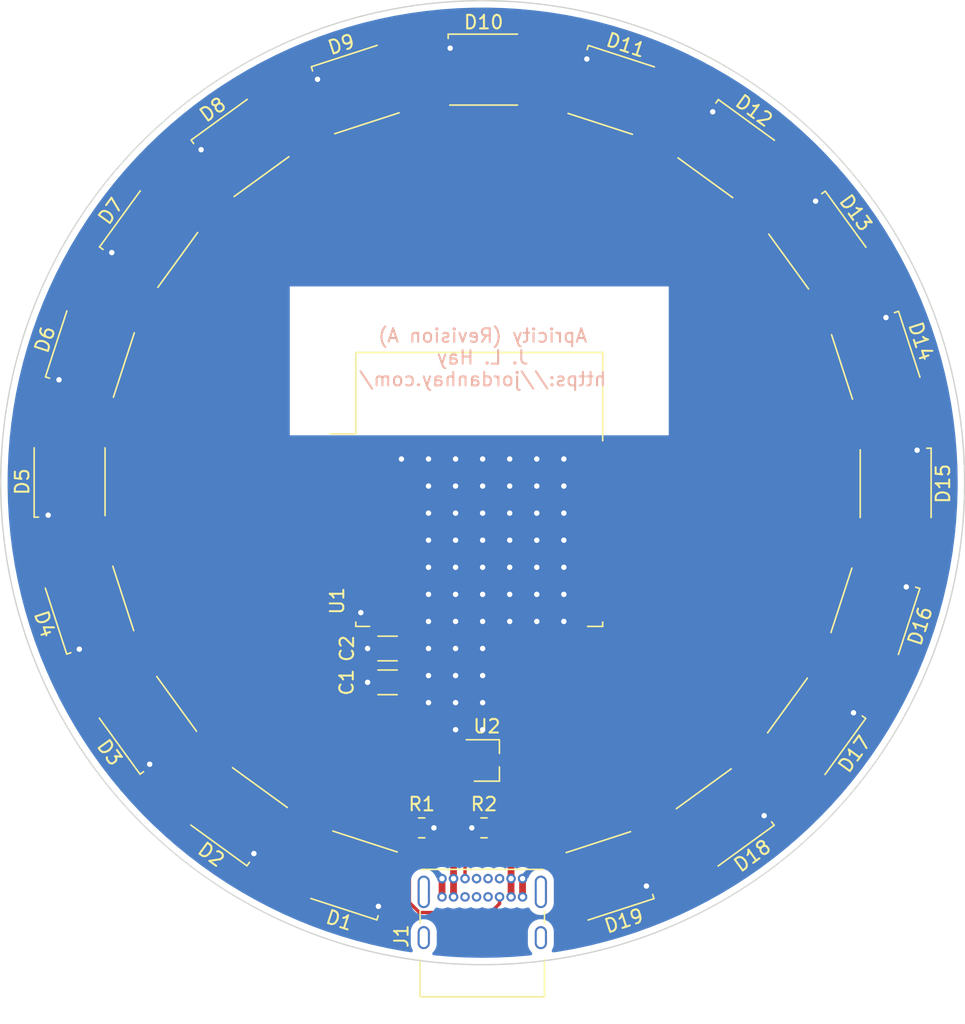
<source format=kicad_pcb>
(kicad_pcb (version 20211014) (generator pcbnew)
  (layers (0 "F.Cu" signal) (31 "B.Cu" signal) (34 "B.Paste" user) (35 "F.Paste" user) (36 "B.SilkS" user "B.Silkscreen") (37 "F.SilkS" user "F.Silkscreen") (38 "B.Mask" user) (39 "F.Mask" user) (44 "Edge.Cuts" user))
  (net 0 "")
  (net 1 "GND")
  (net 2 "+5V")
  (net 3 "/LED")
  (net 4 "+3.3V")
  (net 16 "Net-(D1-Pad4)")
  (net 17 "Net-(D2-Pad4)")
  (net 18 "Net-(D3-Pad4)")
  (net 19 "Net-(D4-Pad4)")
  (net 20 "Net-(D5-Pad4)")
  (net 21 "Net-(D6-Pad4)")
  (net 22 "Net-(D8-Pad4)")
  (net 23 "Net-(D7-Pad4)")
  (net 24 "Net-(D10-Pad2)")
  (net 25 "Net-(D11-Pad4)")
  (net 26 "Net-(D10-Pad4)")
  (net 27 "Net-(D12-Pad4)")
  (net 28 "Net-(D13-Pad4)")
  (net 29 "Net-(D16-Pad4)")
  (net 30 "Net-(D17-Pad4)")
  (net 31 "Net-(D18-Pad4)")
  (net 33 "Net-(D15-Pad4)")
  (net 34 "Net-(D15-Pad2)")
  (net 35 "Net-(J1-PadA5)")
  (net 39 "Net-(J1-PadB5)")
  (footprint "Connector_USB:USB_C_Receptacle_GCT_USB4085" (layer "F.Cu") (at 145 123.25)
    (fp_text reference "J1" (at -3 4.25 90) (layer "F.SilkS"))
    (fp_text value "USB_C_Receptacle_USB2.0")
    (fp_line (start -1.62 6) (end -1.62 8.73) (layer "F.SilkS") (width 0.12))
    (fp_line (start -1.62 2.4) (end -1.62 3.3) (layer "F.SilkS") (width 0.12))
    (fp_line (start 7.57 2.4) (end 7.57 3.3) (layer "F.SilkS") (width 0.12))
    (fp_line (start 7.57 6) (end 7.57 8.73) (layer "F.SilkS") (width 0.12))
    (fp_line (start -1.62 8.73) (end 7.57 8.73) (layer "F.SilkS") (width 0.12))
    (fp_line (start -1.5 -0.68) (end 7.45 -0.68) (layer "F.SilkS") (width 0.12))
    (pad "A1" thru_hole circle (at 0 0) (size 0.7 0.7) (drill 0.4) (layers *.Cu *.Mask) (net 1 "GND"))
    (pad "A4" thru_hole circle (at 0.85 0) (size 0.7 0.7) (drill 0.4) (layers *.Cu *.Mask) (net 2 "+5V"))
    (pad "A5" thru_hole circle (at 1.7 0) (size 0.7 0.7) (drill 0.4) (layers *.Cu *.Mask) (net 35 "Net-(J1-PadA5)"))
    (pad "A6" thru_hole circle (at 2.55 0) (size 0.7 0.7) (drill 0.4) (layers *.Cu *.Mask))
    (pad "A7" thru_hole circle (at 3.4 0) (size 0.7 0.7) (drill 0.4) (layers *.Cu *.Mask))
    (pad "A8" thru_hole circle (at 4.25 0) (size 0.7 0.7) (drill 0.4) (layers *.Cu *.Mask))
    (pad "A9" thru_hole circle (at 5.1 0) (size 0.7 0.7) (drill 0.4) (layers *.Cu *.Mask) (net 2 "+5V"))
    (pad "A12" thru_hole circle (at 5.95 0) (size 0.7 0.7) (drill 0.4) (layers *.Cu *.Mask) (net 1 "GND"))
    (pad "B1" thru_hole circle (at 5.95 1.35) (size 0.7 0.7) (drill 0.4) (layers *.Cu *.Mask) (net 1 "GND"))
    (pad "B4" thru_hole circle (at 5.1 1.35) (size 0.7 0.7) (drill 0.4) (layers *.Cu *.Mask) (net 2 "+5V"))
    (pad "B5" thru_hole circle (at 4.25 1.35) (size 0.7 0.7) (drill 0.4) (layers *.Cu *.Mask) (net 39 "Net-(J1-PadB5)"))
    (pad "B6" thru_hole circle (at 3.4 1.35) (size 0.7 0.7) (drill 0.4) (layers *.Cu *.Mask))
    (pad "B7" thru_hole circle (at 2.55 1.35) (size 0.7 0.7) (drill 0.4) (layers *.Cu *.Mask))
    (pad "B8" thru_hole circle (at 1.7 1.35) (size 0.7 0.7) (drill 0.4) (layers *.Cu *.Mask))
    (pad "B9" thru_hole circle (at 0.85 1.35) (size 0.7 0.7) (drill 0.4) (layers *.Cu *.Mask) (net 2 "+5V"))
    (pad "B12" thru_hole circle (at 0 1.35) (size 0.7 0.7) (drill 0.4) (layers *.Cu *.Mask) (net 1 "GND"))
    (pad "S1" thru_hole oval (at 7.3 4.36) (size 0.9 1.7) (drill oval 0.6 1.4) (layers *.Cu *.Mask))
    (pad "S1" thru_hole oval (at -1.35 0.98) (size 0.9 2.4) (drill oval 0.6 2.1) (layers *.Cu *.Mask))
    (pad "S1" thru_hole oval (at 7.3 0.98) (size 0.9 2.4) (drill oval 0.6 2.1) (layers *.Cu *.Mask))
    (pad "S1" thru_hole oval (at -1.35 4.36) (size 0.9 1.7) (drill oval 0.6 1.4) (layers *.Cu *.Mask))
  )
  (footprint "LED_SMD:LED_Inolux_IN-PI554FCH_PLCC4_5.0x5.0mm_P3.2mm" (layer "F.Cu") (at 177 103.5 -108)
    (fp_text reference "D16" (at -0.000001 -3.5 72) (layer "F.SilkS"))
    (fp_text value "Inolux_IN-PI554FCH")
    (fp_line (start -2.62 -2.3) (end -2.62 -2.62) (layer "F.SilkS") (width 0.12))
    (fp_line (start -2.5 2.62) (end 2.5 2.62) (layer "F.SilkS") (width 0.12))
    (fp_line (start -2.62 -2.62) (end 2.5 -2.62) (layer "F.SilkS") (width 0.12))
    (pad "1" smd rect (at -2.45 -1.6 252) (size 1.5 1) (layers "F.Cu" "F.Paste" "F.Mask") (net 1 "GND"))
    (pad "2" smd rect (at -2.45 1.6 252) (size 1.5 1) (layers "F.Cu" "F.Paste" "F.Mask") (net 33 "Net-(D15-Pad4)"))
    (pad "3" smd rect (at 2.45 1.6 252) (size 1.5 1) (layers "F.Cu" "F.Paste" "F.Mask") (net 2 "+5V"))
    (pad "4" smd rect (at 2.45 -1.6 252) (size 1.5 1) (layers "F.Cu" "F.Paste" "F.Mask") (net 29 "Net-(D16-Pad4)"))
  )
  (footprint "Resistor_SMD:R_0805_2012Metric" (layer "F.Cu") (at 148.1 119.5 180)
    (fp_text reference "R2" (at 0 1.75) (layer "F.SilkS"))
    (fp_text value "5.1k")
    (fp_line (start -0.227064 -0.735) (end 0.227064 -0.735) (layer "F.SilkS") (width 0.12))
    (fp_line (start -0.227064 0.735) (end 0.227064 0.735) (layer "F.SilkS") (width 0.12))
    (pad "1" smd roundrect (at -0.9125 0 180) (size 1.025 1.4) (layers "F.Cu" "F.Paste" "F.Mask") (roundrect_rratio 0.243902) (net 35 "Net-(J1-PadA5)"))
    (pad "2" smd roundrect (at 0.9125 0 180) (size 1.025 1.4) (layers "F.Cu" "F.Paste" "F.Mask") (roundrect_rratio 0.243902) (net 1 "GND"))
  )
  (footprint "LED_SMD:LED_Inolux_IN-PI554FCH_PLCC4_5.0x5.0mm_P3.2mm" (layer "F.Cu") (at 117.4837 93.926456 90)
    (fp_text reference "D5" (at -0.000001 -3.5 90) (layer "F.SilkS"))
    (fp_text value "Inolux_IN-PI554FCH")
    (fp_line (start -2.62 -2.62) (end 2.5 -2.62) (layer "F.SilkS") (width 0.12))
    (fp_line (start -2.5 2.62) (end 2.5 2.62) (layer "F.SilkS") (width 0.12))
    (fp_line (start -2.62 -2.3) (end -2.62 -2.62) (layer "F.SilkS") (width 0.12))
    (pad "1" smd rect (at -2.45 -1.6 90) (size 1.5 1) (layers "F.Cu" "F.Paste" "F.Mask") (net 1 "GND"))
    (pad "2" smd rect (at -2.45 1.6 90) (size 1.5 1) (layers "F.Cu" "F.Paste" "F.Mask") (net 19 "Net-(D4-Pad4)"))
    (pad "3" smd rect (at 2.45 1.6 90) (size 1.5 1) (layers "F.Cu" "F.Paste" "F.Mask") (net 2 "+5V"))
    (pad "4" smd rect (at 2.45 -1.6 90) (size 1.5 1) (layers "F.Cu" "F.Paste" "F.Mask") (net 20 "Net-(D5-Pad4)"))
  )
  (footprint "LED_SMD:LED_Inolux_IN-PI554FCH_PLCC4_5.0x5.0mm_P3.2mm" (layer "F.Cu") (at 177.045453 84.639889 -72)
    (fp_text reference "D14" (at -0.000001 -3.5 108) (layer "F.SilkS"))
    (fp_text value "Inolux_IN-PI554FCH")
    (fp_line (start -2.62 -2.3) (end -2.62 -2.62) (layer "F.SilkS") (width 0.12))
    (fp_line (start -2.5 2.62) (end 2.5 2.62) (layer "F.SilkS") (width 0.12))
    (fp_line (start -2.62 -2.62) (end 2.5 -2.62) (layer "F.SilkS") (width 0.12))
    (pad "1" smd rect (at -2.45 -1.6 288) (size 1.5 1) (layers "F.Cu" "F.Paste" "F.Mask") (net 1 "GND"))
    (pad "2" smd rect (at -2.45 1.6 288) (size 1.5 1) (layers "F.Cu" "F.Paste" "F.Mask") (net 28 "Net-(D13-Pad4)"))
    (pad "3" smd rect (at 2.45 1.6 288) (size 1.5 1) (layers "F.Cu" "F.Paste" "F.Mask") (net 2 "+5V"))
    (pad "4" smd rect (at 2.45 -1.6 288) (size 1.5 1) (layers "F.Cu" "F.Paste" "F.Mask") (net 34 "Net-(D15-Pad2)"))
  )
  (footprint "LED_SMD:LED_Inolux_IN-PI554FCH_PLCC4_5.0x5.0mm_P3.2mm" (layer "F.Cu") (at 119 84.5 72)
    (fp_text reference "D6" (at -0.000001 -3.5 72) (layer "F.SilkS"))
    (fp_text value "Inolux_IN-PI554FCH")
    (fp_line (start -2.5 2.62) (end 2.5 2.62) (layer "F.SilkS") (width 0.12))
    (fp_line (start -2.62 -2.62) (end 2.5 -2.62) (layer "F.SilkS") (width 0.12))
    (fp_line (start -2.62 -2.3) (end -2.62 -2.62) (layer "F.SilkS") (width 0.12))
    (pad "1" smd rect (at -2.45 -1.6 72) (size 1.5 1) (layers "F.Cu" "F.Paste" "F.Mask") (net 1 "GND"))
    (pad "2" smd rect (at -2.45 1.6 72) (size 1.5 1) (layers "F.Cu" "F.Paste" "F.Mask") (net 20 "Net-(D5-Pad4)"))
    (pad "3" smd rect (at 2.45 1.6 72) (size 1.5 1) (layers "F.Cu" "F.Paste" "F.Mask") (net 2 "+5V"))
    (pad "4" smd rect (at 2.45 -1.6 72) (size 1.5 1) (layers "F.Cu" "F.Paste" "F.Mask") (net 21 "Net-(D6-Pad4)"))
  )
  (footprint "Package_TO_SOT_SMD:TSOT-23_HandSoldering" (layer "F.Cu") (at 148.29 114.5)
    (fp_text reference "U2" (at 0.025 -2.5) (layer "F.SilkS"))
    (fp_text value "X")
    (fp_line (start 0.95 1.55) (end -0.9 1.55) (layer "F.SilkS") (width 0.12))
    (fp_line (start 0.95 0.5) (end 0.95 1.55) (layer "F.SilkS") (width 0.12))
    (fp_line (start 0.95 -1.5) (end 0.95 -0.5) (layer "F.SilkS") (width 0.12))
    (fp_line (start 0.93 -1.51) (end -1.5 -1.51) (layer "F.SilkS") (width 0.12))
    (pad "1" smd rect (at -1.71 -0.95) (size 2 0.65) (layers "F.Cu" "F.Paste" "F.Mask") (net 1 "GND"))
    (pad "2" smd rect (at -1.71 0.95) (size 2 0.65) (layers "F.Cu" "F.Paste" "F.Mask") (net 4 "+3.3V"))
    (pad "3" smd rect (at 1.71 0) (size 2 0.65) (layers "F.Cu" "F.Paste" "F.Mask") (net 2 "+5V"))
  )
  (footprint "LED_SMD:LED_Inolux_IN-PI554FCH_PLCC4_5.0x5.0mm_P3.2mm" (layer "F.Cu") (at 148.073544 63.4837)
    (fp_text reference "D10" (at -0.000001 -3.5) (layer "F.SilkS"))
    (fp_text value "Inolux_IN-PI554FCH")
    (fp_line (start -2.62 -2.3) (end -2.62 -2.62) (layer "F.SilkS") (width 0.12))
    (fp_line (start -2.5 2.62) (end 2.5 2.62) (layer "F.SilkS") (width 0.12))
    (fp_line (start -2.62 -2.62) (end 2.5 -2.62) (layer "F.SilkS") (width 0.12))
    (pad "1" smd rect (at -2.45 -1.6) (size 1.5 1) (layers "F.Cu" "F.Paste" "F.Mask") (net 1 "GND"))
    (pad "2" smd rect (at -2.45 1.6) (size 1.5 1) (layers "F.Cu" "F.Paste" "F.Mask") (net 24 "Net-(D10-Pad2)"))
    (pad "3" smd rect (at 2.45 1.6) (size 1.5 1) (layers "F.Cu" "F.Paste" "F.Mask") (net 2 "+5V"))
    (pad "4" smd rect (at 2.45 -1.6) (size 1.5 1) (layers "F.Cu" "F.Paste" "F.Mask") (net 26 "Net-(D10-Pad4)"))
  )
  (footprint "LED_SMD:LED_Inolux_IN-PI554FCH_PLCC4_5.0x5.0mm_P3.2mm" (layer "F.Cu") (at 138.639889 64.954547 18)
    (fp_text reference "D9" (at -0.000001 -3.5 18) (layer "F.SilkS"))
    (fp_text value "Inolux_IN-PI554FCH")
    (fp_line (start -2.5 2.62) (end 2.5 2.62) (layer "F.SilkS") (width 0.12))
    (fp_line (start -2.62 -2.3) (end -2.62 -2.62) (layer "F.SilkS") (width 0.12))
    (fp_line (start -2.62 -2.62) (end 2.5 -2.62) (layer "F.SilkS") (width 0.12))
    (pad "1" smd rect (at -2.45 -1.6 18) (size 1.5 1) (layers "F.Cu" "F.Paste" "F.Mask") (net 1 "GND"))
    (pad "2" smd rect (at -2.45 1.6 18) (size 1.5 1) (layers "F.Cu" "F.Paste" "F.Mask") (net 22 "Net-(D8-Pad4)"))
    (pad "3" smd rect (at 2.45 1.6 18) (size 1.5 1) (layers "F.Cu" "F.Paste" "F.Mask") (net 2 "+5V"))
    (pad "4" smd rect (at 2.45 -1.6 18) (size 1.5 1) (layers "F.Cu" "F.Paste" "F.Mask") (net 24 "Net-(D10-Pad2)"))
  )
  (footprint "LED_SMD:LED_Inolux_IN-PI554FCH_PLCC4_5.0x5.0mm_P3.2mm" (layer "F.Cu") (at 178.5163 94.073544 -90)
    (fp_text reference "D15" (at -0.000001 -3.5 90) (layer "F.SilkS"))
    (fp_text value "Inolux_IN-PI554FCH")
    (fp_line (start -2.62 -2.62) (end 2.5 -2.62) (layer "F.SilkS") (width 0.12))
    (fp_line (start -2.62 -2.3) (end -2.62 -2.62) (layer "F.SilkS") (width 0.12))
    (fp_line (start -2.5 2.62) (end 2.5 2.62) (layer "F.SilkS") (width 0.12))
    (pad "1" smd rect (at -2.45 -1.6 270) (size 1.5 1) (layers "F.Cu" "F.Paste" "F.Mask") (net 1 "GND"))
    (pad "2" smd rect (at -2.45 1.6 270) (size 1.5 1) (layers "F.Cu" "F.Paste" "F.Mask") (net 34 "Net-(D15-Pad2)"))
    (pad "3" smd rect (at 2.45 1.6 270) (size 1.5 1) (layers "F.Cu" "F.Paste" "F.Mask") (net 2 "+5V"))
    (pad "4" smd rect (at 2.45 -1.6 270) (size 1.5 1) (layers "F.Cu" "F.Paste" "F.Mask") (net 33 "Net-(D15-Pad4)"))
  )
  (footprint "LED_SMD:LED_Inolux_IN-PI554FCH_PLCC4_5.0x5.0mm_P3.2mm" (layer "F.Cu") (at 130.00347 118.644978 144)
    (fp_text reference "D2" (at -0.000001 -3.5 144) (layer "F.SilkS"))
    (fp_text value "Inolux_IN-PI554FCH")
    (fp_line (start -2.62 -2.3) (end -2.62 -2.62) (layer "F.SilkS") (width 0.12))
    (fp_line (start -2.5 2.62) (end 2.5 2.62) (layer "F.SilkS") (width 0.12))
    (fp_line (start -2.62 -2.62) (end 2.5 -2.62) (layer "F.SilkS") (width 0.12))
    (pad "1" smd rect (at -2.45 -1.6 144) (size 1.5 1) (layers "F.Cu" "F.Paste" "F.Mask") (net 1 "GND"))
    (pad "2" smd rect (at -2.45 1.6 144) (size 1.5 1) (layers "F.Cu" "F.Paste" "F.Mask") (net 16 "Net-(D1-Pad4)"))
    (pad "3" smd rect (at 2.45 1.6 144) (size 1.5 1) (layers "F.Cu" "F.Paste" "F.Mask") (net 2 "+5V"))
    (pad "4" smd rect (at 2.45 -1.6 144) (size 1.5 1) (layers "F.Cu" "F.Paste" "F.Mask") (net 17 "Net-(D2-Pad4)"))
  )
  (footprint "LED_SMD:LED_Inolux_IN-PI554FCH_PLCC4_5.0x5.0mm_P3.2mm" (layer "F.Cu") (at 130.122467 69.268566 36)
    (fp_text reference "D8" (at -0.000001 -3.5 36) (layer "F.SilkS"))
    (fp_text value "Inolux_IN-PI554FCH")
    (fp_line (start -2.5 2.62) (end 2.5 2.62) (layer "F.SilkS") (width 0.12))
    (fp_line (start -2.62 -2.3) (end -2.62 -2.62) (layer "F.SilkS") (width 0.12))
    (fp_line (start -2.62 -2.62) (end 2.5 -2.62) (layer "F.SilkS") (width 0.12))
    (pad "1" smd rect (at -2.45 -1.6 36) (size 1.5 1) (layers "F.Cu" "F.Paste" "F.Mask") (net 1 "GND"))
    (pad "2" smd rect (at -2.45 1.6 36) (size 1.5 1) (layers "F.Cu" "F.Paste" "F.Mask") (net 23 "Net-(D7-Pad4)"))
    (pad "3" smd rect (at 2.45 1.6 36) (size 1.5 1) (layers "F.Cu" "F.Paste" "F.Mask") (net 2 "+5V"))
    (pad "4" smd rect (at 2.45 -1.6 36) (size 1.5 1) (layers "F.Cu" "F.Paste" "F.Mask") (net 22 "Net-(D8-Pad4)"))
  )
  (footprint "LED_SMD:LED_Inolux_IN-PI554FCH_PLCC4_5.0x5.0mm_P3.2mm" (layer "F.Cu") (at 157.360111 123.045453 -162)
    (fp_text reference "D19" (at -0.000001 -3.5 18) (layer "F.SilkS"))
    (fp_text value "Inolux_IN-PI554FCH")
    (fp_line (start -2.62 -2.62) (end 2.5 -2.62) (layer "F.SilkS") (width 0.12))
    (fp_line (start -2.62 -2.3) (end -2.62 -2.62) (layer "F.SilkS") (width 0.12))
    (fp_line (start -2.5 2.62) (end 2.5 2.62) (layer "F.SilkS") (width 0.12))
    (pad "1" smd rect (at -2.45 -1.6 198) (size 1.5 1) (layers "F.Cu" "F.Paste" "F.Mask") (net 1 "GND"))
    (pad "2" smd rect (at -2.45 1.6 198) (size 1.5 1) (layers "F.Cu" "F.Paste" "F.Mask") (net 31 "Net-(D18-Pad4)"))
    (pad "3" smd rect (at 2.45 1.6 198) (size 1.5 1) (layers "F.Cu" "F.Paste" "F.Mask") (net 2 "+5V"))
    (pad "4" smd rect (at 2.45 -1.6 198) (size 1.5 1) (layers "F.Cu" "F.Paste" "F.Mask"))
  )
  (footprint "LED_SMD:LED_Inolux_IN-PI554FCH_PLCC4_5.0x5.0mm_P3.2mm" (layer "F.Cu") (at 123.268566 111.877533 126)
    (fp_text reference "D3" (at -0.000001 -3.5 126) (layer "F.SilkS"))
    (fp_text value "Inolux_IN-PI554FCH")
    (fp_line (start -2.62 -2.3) (end -2.62 -2.62) (layer "F.SilkS") (width 0.12))
    (fp_line (start -2.5 2.62) (end 2.5 2.62) (layer "F.SilkS") (width 0.12))
    (fp_line (start -2.62 -2.62) (end 2.5 -2.62) (layer "F.SilkS") (width 0.12))
    (pad "1" smd rect (at -2.45 -1.6 126) (size 1.5 1) (layers "F.Cu" "F.Paste" "F.Mask") (net 1 "GND"))
    (pad "2" smd rect (at -2.45 1.6 126) (size 1.5 1) (layers "F.Cu" "F.Paste" "F.Mask") (net 17 "Net-(D2-Pad4)"))
    (pad "3" smd rect (at 2.45 1.6 126) (size 1.5 1) (layers "F.Cu" "F.Paste" "F.Mask") (net 2 "+5V"))
    (pad "4" smd rect (at 2.45 -1.6 126) (size 1.5 1) (layers "F.Cu" "F.Paste" "F.Mask") (net 18 "Net-(D3-Pad4)"))
  )
  (footprint "LED_SMD:LED_Inolux_IN-PI554FCH_PLCC4_5.0x5.0mm_P3.2mm" (layer "F.Cu") (at 172.644978 111.99653 -126)
    (fp_text reference "D17" (at -0.000001 -3.5 54) (layer "F.SilkS"))
    (fp_text value "Inolux_IN-PI554FCH")
    (fp_line (start -2.62 -2.3) (end -2.62 -2.62) (layer "F.SilkS") (width 0.12))
    (fp_line (start -2.5 2.62) (end 2.5 2.62) (layer "F.SilkS") (width 0.12))
    (fp_line (start -2.62 -2.62) (end 2.5 -2.62) (layer "F.SilkS") (width 0.12))
    (pad "1" smd rect (at -2.45 -1.6 234) (size 1.5 1) (layers "F.Cu" "F.Paste" "F.Mask") (net 1 "GND"))
    (pad "2" smd rect (at -2.45 1.6 234) (size 1.5 1) (layers "F.Cu" "F.Paste" "F.Mask") (net 29 "Net-(D16-Pad4)"))
    (pad "3" smd rect (at 2.45 1.6 234) (size 1.5 1) (layers "F.Cu" "F.Paste" "F.Mask") (net 2 "+5V"))
    (pad "4" smd rect (at 2.45 -1.6 234) (size 1.5 1) (layers "F.Cu" "F.Paste" "F.Mask") (net 30 "Net-(D17-Pad4)"))
  )
  (footprint "LED_SMD:LED_Inolux_IN-PI554FCH_PLCC4_5.0x5.0mm_P3.2mm" (layer "F.Cu") (at 138.5 123 162)
    (fp_text reference "D1" (at -0.000001 -3.5 162) (layer "F.SilkS"))
    (fp_text value "Inolux_IN-PI554FCH")
    (fp_line (start -2.62 -2.62) (end 2.5 -2.62) (layer "F.SilkS") (width 0.12))
    (fp_line (start -2.5 2.62) (end 2.5 2.62) (layer "F.SilkS") (width 0.12))
    (fp_line (start -2.62 -2.3) (end -2.62 -2.62) (layer "F.SilkS") (width 0.12))
    (pad "1" smd rect (at -2.45 -1.6 162) (size 1.5 1) (layers "F.Cu" "F.Paste" "F.Mask") (net 1 "GND"))
    (pad "2" smd rect (at -2.45 1.6 162) (size 1.5 1) (layers "F.Cu" "F.Paste" "F.Mask") (net 3 "/LED"))
    (pad "3" smd rect (at 2.45 1.6 162) (size 1.5 1) (layers "F.Cu" "F.Paste" "F.Mask") (net 2 "+5V"))
    (pad "4" smd rect (at 2.45 -1.6 162) (size 1.5 1) (layers "F.Cu" "F.Paste" "F.Mask") (net 16 "Net-(D1-Pad4)"))
  )
  (footprint "LED_SMD:LED_Inolux_IN-PI554FCH_PLCC4_5.0x5.0mm_P3.2mm" (layer "F.Cu") (at 118.954547 103.360111 108)
    (fp_text reference "D4" (at -0.000001 -3.5 108) (layer "F.SilkS"))
    (fp_text value "Inolux_IN-PI554FCH")
    (fp_line (start -2.62 -2.3) (end -2.62 -2.62) (layer "F.SilkS") (width 0.12))
    (fp_line (start -2.62 -2.62) (end 2.5 -2.62) (layer "F.SilkS") (width 0.12))
    (fp_line (start -2.5 2.62) (end 2.5 2.62) (layer "F.SilkS") (width 0.12))
    (pad "1" smd rect (at -2.45 -1.6 108) (size 1.5 1) (layers "F.Cu" "F.Paste" "F.Mask") (net 1 "GND"))
    (pad "2" smd rect (at -2.45 1.6 108) (size 1.5 1) (layers "F.Cu" "F.Paste" "F.Mask") (net 18 "Net-(D3-Pad4)"))
    (pad "3" smd rect (at 2.45 1.6 108) (size 1.5 1) (layers "F.Cu" "F.Paste" "F.Mask") (net 2 "+5V"))
    (pad "4" smd rect (at 2.45 -1.6 108) (size 1.5 1) (layers "F.Cu" "F.Paste" "F.Mask") (net 19 "Net-(D4-Pad4)"))
  )
  (footprint "LED_SMD:LED_Inolux_IN-PI554FCH_PLCC4_5.0x5.0mm_P3.2mm" (layer "F.Cu") (at 172.731434 76.122467 -54)
    (fp_text reference "D13" (at -0.000001 -3.5 126) (layer "F.SilkS"))
    (fp_text value "Inolux_IN-PI554FCH")
    (fp_line (start -2.62 -2.62) (end 2.5 -2.62) (layer "F.SilkS") (width 0.12))
    (fp_line (start -2.62 -2.3) (end -2.62 -2.62) (layer "F.SilkS") (width 0.12))
    (fp_line (start -2.5 2.62) (end 2.5 2.62) (layer "F.SilkS") (width 0.12))
    (pad "1" smd rect (at -2.45 -1.6 306) (size 1.5 1) (layers "F.Cu" "F.Paste" "F.Mask") (net 1 "GND"))
    (pad "2" smd rect (at -2.45 1.6 306) (size 1.5 1) (layers "F.Cu" "F.Paste" "F.Mask") (net 27 "Net-(D12-Pad4)"))
    (pad "3" smd rect (at 2.45 1.6 306) (size 1.5 1) (layers "F.Cu" "F.Paste" "F.Mask") (net 2 "+5V"))
    (pad "4" smd rect (at 2.45 -1.6 306) (size 1.5 1) (layers "F.Cu" "F.Paste" "F.Mask") (net 28 "Net-(D13-Pad4)"))
  )
  (footprint "LED_SMD:LED_Inolux_IN-PI554FCH_PLCC4_5.0x5.0mm_P3.2mm" (layer "F.Cu") (at 165.99653 69.355022 -36)
    (fp_text reference "D12" (at -0.000001 -3.5 144) (layer "F.SilkS"))
    (fp_text value "Inolux_IN-PI554FCH")
    (fp_line (start -2.62 -2.3) (end -2.62 -2.62) (layer "F.SilkS") (width 0.12))
    (fp_line (start -2.62 -2.62) (end 2.5 -2.62) (layer "F.SilkS") (width 0.12))
    (fp_line (start -2.5 2.62) (end 2.5 2.62) (layer "F.SilkS") (width 0.12))
    (pad "1" smd rect (at -2.45 -1.6 324) (size 1.5 1) (layers "F.Cu" "F.Paste" "F.Mask") (net 1 "GND"))
    (pad "2" smd rect (at -2.45 1.6 324) (size 1.5 1) (layers "F.Cu" "F.Paste" "F.Mask") (net 25 "Net-(D11-Pad4)"))
    (pad "3" smd rect (at 2.45 1.6 324) (size 1.5 1) (layers "F.Cu" "F.Paste" "F.Mask") (net 2 "+5V"))
    (pad "4" smd rect (at 2.45 -1.6 324) (size 1.5 1) (layers "F.Cu" "F.Paste" "F.Mask") (net 27 "Net-(D12-Pad4)"))
  )
  (footprint "RF_Module:ESP-WROOM-02" (layer "F.Cu") (at 147.75 97.6)
    (fp_text reference "U1" (at -10.5 5.13 90) (layer "F.SilkS"))
    (fp_text value "ESP-WROOM-02D")
    (fp_line (start -9.12 6.7) (end -9.12 7.02) (layer "F.SilkS") (width 0.12))
    (fp_line (start -9.12 7.02) (end -8.1 7.02) (layer "F.SilkS") (width 0.12))
    (fp_line (start -9.12 -13.22) (end 9.12 -13.22) (layer "F.SilkS") (width 0.12))
    (fp_line (start -9.12 -13.22) (end -9.12 -7.2) (layer "F.SilkS") (width 0.12))
    (fp_line (start 9.12 -13.22) (end 9.12 -6.7) (layer "F.SilkS") (width 0.12))
    (fp_line (start 8 7.02) (end 9.12 7.02) (layer "F.SilkS") (width 0.12))
    (fp_line (start -9.12 -7.2) (end -11 -7.2) (layer "F.SilkS") (width 0.12))
    (fp_line (start 9.12 6.7) (end 9.12 7) (layer "F.SilkS") (width 0.12))
    (pad "1" smd rect (at -8.75 -6) (size 1.5 0.9) (layers "F.Cu" "F.Paste" "F.Mask") (net 4 "+3.3V"))
    (pad "2" smd rect (at -8.75 -4.5) (size 1.5 0.9) (layers "F.Cu" "F.Paste" "F.Mask") (net 4 "+3.3V"))
    (pad "3" smd rect (at -8.75 -3) (size 1.5 0.9) (layers "F.Cu" "F.Paste" "F.Mask"))
    (pad "4" smd rect (at -8.75 -1.5) (size 1.5 0.9) (layers "F.Cu" "F.Paste" "F.Mask") (net 3 "/LED"))
    (pad "5" smd rect (at -8.75 0) (size 1.5 0.9) (layers "F.Cu" "F.Paste" "F.Mask"))
    (pad "6" smd rect (at -8.75 1.5) (size 1.5 0.9) (layers "F.Cu" "F.Paste" "F.Mask"))
    (pad "7" smd rect (at -8.75 3) (size 1.5 0.9) (layers "F.Cu" "F.Paste" "F.Mask"))
    (pad "8" smd rect (at -8.75 4.5) (size 1.5 0.9) (layers "F.Cu" "F.Paste" "F.Mask"))
    (pad "9" smd rect (at -8.75 6) (size 1.5 0.9) (layers "F.Cu" "F.Paste" "F.Mask") (net 1 "GND"))
    (pad "10" smd rect (at 8.75 6) (size 1.5 0.9) (layers "F.Cu" "F.Paste" "F.Mask"))
    (pad "11" smd rect (at 8.75 4.5) (size 1.5 0.9) (layers "F.Cu" "F.Paste" "F.Mask"))
    (pad "12" smd rect (at 8.75 3) (size 1.5 0.9) (layers "F.Cu" "F.Paste" "F.Mask"))
    (pad "13" smd rect (at 8.75 1.5) (size 1.5 0.9) (layers "F.Cu" "F.Paste" "F.Mask") (net 1 "GND"))
    (pad "14" smd rect (at 8.75 0) (size 1.5 0.9) (layers "F.Cu" "F.Paste" "F.Mask"))
    (pad "15" smd rect (at 8.75 -1.5) (size 1.5 0.9) (layers "F.Cu" "F.Paste" "F.Mask"))
    (pad "16" smd rect (at 8.75 -3) (size 1.5 0.9) (layers "F.Cu" "F.Paste" "F.Mask"))
    (pad "17" smd rect (at 8.75 -4.5) (size 1.5 0.9) (layers "F.Cu" "F.Paste" "F.Mask"))
    (pad "18" smd rect (at 8.75 -6) (size 1.5 0.9) (layers "F.Cu" "F.Paste" "F.Mask") (net 1 "GND"))
    (pad "19" smd rect (at 1.1 0.61) (size 4 4) (layers "F.Cu" "F.Paste" "F.Mask") (net 1 "GND"))
    (zone (net 0) (net_name "") (layers *.Cu) (connect_pads (clearance 0)) (min_thickness 0.254)
      (keepout (tracks not_allowed) (vias not_allowed) (pads not_allowed) (copperpour not_allowed) (footprints not_allowed))
      (fill (thermal_gap 0.508) (thermal_bridge_width 0.508))
      (polygon (pts (xy 133.75 90.5) (xy 161.75 90.5) (xy 161.75 79.5) (xy 133.75 79.5)))
    )
  )
  (footprint "LED_SMD:LED_Inolux_IN-PI554FCH_PLCC4_5.0x5.0mm_P3.2mm" (layer "F.Cu") (at 157.5 65 -18)
    (fp_text reference "D11" (at -0.000001 -3.5 162) (layer "F.SilkS"))
    (fp_text value "Inolux_IN-PI554FCH")
    (fp_line (start -2.62 -2.3) (end -2.62 -2.62) (layer "F.SilkS") (width 0.12))
    (fp_line (start -2.5 2.62) (end 2.5 2.62) (layer "F.SilkS") (width 0.12))
    (fp_line (start -2.62 -2.62) (end 2.5 -2.62) (layer "F.SilkS") (width 0.12))
    (pad "1" smd rect (at -2.45 -1.6 342) (size 1.5 1) (layers "F.Cu" "F.Paste" "F.Mask") (net 1 "GND"))
    (pad "2" smd rect (at -2.45 1.6 342) (size 1.5 1) (layers "F.Cu" "F.Paste" "F.Mask") (net 26 "Net-(D10-Pad4)"))
    (pad "3" smd rect (at 2.45 1.6 342) (size 1.5 1) (layers "F.Cu" "F.Paste" "F.Mask") (net 2 "+5V"))
    (pad "4" smd rect (at 2.45 -1.6 342) (size 1.5 1) (layers "F.Cu" "F.Paste" "F.Mask") (net 25 "Net-(D11-Pad4)"))
  )
  (footprint "Capacitor_SMD:C_1206_3216Metric" (layer "F.Cu") (at 140.975 106.25 180)
    (fp_text reference "C2" (at 3 0 270) (layer "F.SilkS"))
    (fp_text value "10u")
    (fp_line (start -0.711252 -0.91) (end 0.711252 -0.91) (layer "F.SilkS") (width 0.12))
    (fp_line (start -0.711252 0.91) (end 0.711252 0.91) (layer "F.SilkS") (width 0.12))
    (pad "1" smd roundrect (at -1.475 0 180) (size 1.15 1.8) (layers "F.Cu" "F.Paste" "F.Mask") (roundrect_rratio 0.217391) (net 4 "+3.3V"))
    (pad "2" smd roundrect (at 1.475 0 180) (size 1.15 1.8) (layers "F.Cu" "F.Paste" "F.Mask") (roundrect_rratio 0.217391) (net 1 "GND"))
  )
  (footprint "Resistor_SMD:R_0805_2012Metric" (layer "F.Cu") (at 143.5 119.5)
    (fp_text reference "R1" (at 0 -1.75) (layer "F.SilkS"))
    (fp_text value "5.1k")
    (fp_line (start -0.227064 0.735) (end 0.227064 0.735) (layer "F.SilkS") (width 0.12))
    (fp_line (start -0.227064 -0.735) (end 0.227064 -0.735) (layer "F.SilkS") (width 0.12))
    (pad "1" smd roundrect (at -0.9125 0) (size 1.025 1.4) (layers "F.Cu" "F.Paste" "F.Mask") (roundrect_rratio 0.243902) (net 39 "Net-(J1-PadB5)"))
    (pad "2" smd roundrect (at 0.9125 0) (size 1.025 1.4) (layers "F.Cu" "F.Paste" "F.Mask") (roundrect_rratio 0.243902) (net 1 "GND"))
  )
  (footprint "LED_SMD:LED_Inolux_IN-PI554FCH_PLCC4_5.0x5.0mm_P3.2mm" (layer "F.Cu") (at 123.355022 76.00347 54)
    (fp_text reference "D7" (at -0.000001 -3.5 54) (layer "F.SilkS"))
    (fp_text value "Inolux_IN-PI554FCH")
    (fp_line (start -2.62 -2.62) (end 2.5 -2.62) (layer "F.SilkS") (width 0.12))
    (fp_line (start -2.5 2.62) (end 2.5 2.62) (layer "F.SilkS") (width 0.12))
    (fp_line (start -2.62 -2.3) (end -2.62 -2.62) (layer "F.SilkS") (width 0.12))
    (pad "1" smd rect (at -2.45 -1.6 54) (size 1.5 1) (layers "F.Cu" "F.Paste" "F.Mask") (net 1 "GND"))
    (pad "2" smd rect (at -2.45 1.6 54) (size 1.5 1) (layers "F.Cu" "F.Paste" "F.Mask") (net 21 "Net-(D6-Pad4)"))
    (pad "3" smd rect (at 2.45 1.6 54) (size 1.5 1) (layers "F.Cu" "F.Paste" "F.Mask") (net 2 "+5V"))
    (pad "4" smd rect (at 2.45 -1.6 54) (size 1.5 1) (layers "F.Cu" "F.Paste" "F.Mask") (net 23 "Net-(D7-Pad4)"))
  )
  (footprint "LED_SMD:LED_Inolux_IN-PI554FCH_PLCC4_5.0x5.0mm_P3.2mm" (layer "F.Cu") (at 165.877533 118.731434 -144)
    (fp_text reference "D18" (at -0.000001 -3.5 36) (layer "F.SilkS"))
    (fp_text value "Inolux_IN-PI554FCH")
    (fp_line (start -2.5 2.62) (end 2.5 2.62) (layer "F.SilkS") (width 0.12))
    (fp_line (start -2.62 -2.3) (end -2.62 -2.62) (layer "F.SilkS") (width 0.12))
    (fp_line (start -2.62 -2.62) (end 2.5 -2.62) (layer "F.SilkS") (width 0.12))
    (pad "1" smd rect (at -2.45 -1.6 216) (size 1.5 1) (layers "F.Cu" "F.Paste" "F.Mask") (net 1 "GND"))
    (pad "2" smd rect (at -2.45 1.6 216) (size 1.5 1) (layers "F.Cu" "F.Paste" "F.Mask") (net 30 "Net-(D17-Pad4)"))
    (pad "3" smd rect (at 2.45 1.6 216) (size 1.5 1) (layers "F.Cu" "F.Paste" "F.Mask") (net 2 "+5V"))
    (pad "4" smd rect (at 2.45 -1.6 216) (size 1.5 1) (layers "F.Cu" "F.Paste" "F.Mask") (net 31 "Net-(D18-Pad4)"))
  )
  (footprint "Capacitor_SMD:C_1206_3216Metric" (layer "F.Cu") (at 140.975 108.75 180)
    (fp_text reference "C1" (at 3.025 0 90) (layer "F.SilkS"))
    (fp_text value "0.1u")
    (fp_line (start -0.711252 -0.91) (end 0.711252 -0.91) (layer "F.SilkS") (width 0.12))
    (fp_line (start -0.711252 0.91) (end 0.711252 0.91) (layer "F.SilkS") (width 0.12))
    (pad "1" smd roundrect (at -1.475 0 180) (size 1.15 1.8) (layers "F.Cu" "F.Paste" "F.Mask") (roundrect_rratio 0.217391) (net 4 "+3.3V"))
    (pad "2" smd roundrect (at 1.475 0 180) (size 1.15 1.8) (layers "F.Cu" "F.Paste" "F.Mask") (roundrect_rratio 0.217391) (net 1 "GND"))
  )
  (gr_circle (center 148 94) (end 176 116) (layer "Edge.Cuts") (width 0.1) (fill none))
  (gr_text "Apricity (Revision A)\nJ. L. Hay\nhttps://jordanhay.com/" (at 148 84.75) (layer "B.SilkS") (effects (font (size 1 1)) (justify mirror)))
  (segment (start 145 123.25) (end 145 124.6) (width 0.5) (layer "F.Cu") (net 1))
  (segment (start 150.95 123.25) (end 150.95 124.6) (width 0.5) (layer "F.Cu") (net 1))
  (via (at 155.7 62.7) (size 0.8) (drill 0.4) (layers "F.Cu" "B.Cu") (net 1))
  (via (at 144 102.25) (size 0.8) (drill 0.4) (layers "F.Cu" "B.Cu") (net 1))
  (via (at 148 108.25) (size 0.8) (drill 0.4) (layers "F.Cu" "B.Cu") (net 1))
  (via (at 150 96.25) (size 0.8) (drill 0.4) (layers "F.Cu" "B.Cu") (net 1))
  (via (at 146 104.25) (size 0.8) (drill 0.4) (layers "F.Cu" "B.Cu") (net 1))
  (via (at 150 94.25) (size 0.8) (drill 0.4) (layers "F.Cu" "B.Cu") (net 1))
  (via (at 148 102.25) (size 0.8) (drill 0.4) (layers "F.Cu" "B.Cu") (net 1))
  (via (at 154 92.25) (size 0.8) (drill 0.4) (layers "F.Cu" "B.Cu") (net 1))
  (via (at 148 96.25) (size 0.8) (drill 0.4) (layers "F.Cu" "B.Cu") (net 1))
  (via (at 144 110.25) (size 0.8) (drill 0.4) (layers "F.Cu" "B.Cu") (net 1))
  (via (at 144 106.25) (size 0.8) (drill 0.4) (layers "F.Cu" "B.Cu") (net 1))
  (via (at 148 92.25) (size 0.8) (drill 0.4) (layers "F.Cu" "B.Cu") (net 1))
  (via (at 135.8 64.2) (size 0.8) (drill 0.4) (layers "F.Cu" "B.Cu") (net 1))
  (via (at 152 94.25) (size 0.8) (drill 0.4) (layers "F.Cu" "B.Cu") (net 1))
  (via (at 146 100.25) (size 0.8) (drill 0.4) (layers "F.Cu" "B.Cu") (net 1))
  (via (at 177.8 81.8) (size 0.8) (drill 0.4) (layers "F.Cu" "B.Cu") (net 1))
  (via (at 172.6 73.2) (size 0.8) (drill 0.4) (layers "F.Cu" "B.Cu") (net 1))
  (via (at 148 100.25) (size 0.8) (drill 0.4) (layers "F.Cu" "B.Cu") (net 1))
  (via (at 179.3 101.7) (size 0.8) (drill 0.4) (layers "F.Cu" "B.Cu") (net 1))
  (via (at 150 104.25) (size 0.8) (drill 0.4) (layers "F.Cu" "B.Cu") (net 1))
  (via (at 152 98.25) (size 0.8) (drill 0.4) (layers "F.Cu" "B.Cu") (net 1))
  (via (at 148 110.25) (size 0.8) (drill 0.4) (layers "F.Cu" "B.Cu") (net 1))
  (via (at 165 66.6) (size 0.8) (drill 0.4) (layers "F.Cu" "B.Cu") (net 1))
  (via (at 146 106.25) (size 0.8) (drill 0.4) (layers "F.Cu" "B.Cu") (net 1))
  (via (at 148 94.25) (size 0.8) (drill 0.4) (layers "F.Cu" "B.Cu") (net 1))
  (via (at 142 92.25) (size 0.8) (drill 0.4) (layers "F.Cu" "B.Cu") (net 1))
  (via (at 118.2 106.3) (size 0.8) (drill 0.4) (layers "F.Cu" "B.Cu") (net 1))
  (via (at 146 110.25) (size 0.8) (drill 0.4) (layers "F.Cu" "B.Cu") (net 1))
  (via (at 127.2 69.4) (size 0.8) (drill 0.4) (layers "F.Cu" "B.Cu") (net 1))
  (via (at 150 98.25) (size 0.8) (drill 0.4) (layers "F.Cu" "B.Cu") (net 1))
  (via (at 168.8 118.6) (size 0.8) (drill 0.4) (layers "F.Cu" "B.Cu") (net 1))
  (via (at 152 96.25) (size 0.8) (drill 0.4) (layers "F.Cu" "B.Cu") (net 1))
  (via (at 148 106.25) (size 0.8) (drill 0.4) (layers "F.Cu" "B.Cu") (net 1))
  (via (at 144 96.25) (size 0.8) (drill 0.4) (layers "F.Cu" "B.Cu") (net 1))
  (via (at 145.6 61.9) (size 0.8) (drill 0.4) (layers "F.Cu" "B.Cu") (net 1))
  (via (at 150 92.25) (size 0.8) (drill 0.4) (layers "F.Cu" "B.Cu") (net 1))
  (via (at 147.2 119.5) (size 0.8) (drill 0.4) (layers "F.Cu" "B.Cu") (net 1))
  (via (at 139.5 106.25) (size 0.8) (drill 0.4) (layers "F.Cu" "B.Cu") (net 1))
  (via (at 148 98.25) (size 0.8) (drill 0.4) (layers "F.Cu" "B.Cu") (net 1))
  (via (at 152 102.25) (size 0.8) (drill 0.4) (layers "F.Cu" "B.Cu") (net 1))
  (via (at 152 104.25) (size 0.8) (drill 0.4) (layers "F.Cu" "B.Cu") (net 1))
  (via (at 139 103.6) (size 0.8) (drill 0.4) (layers "F.Cu" "B.Cu") (net 1))
  (via (at 144 108.25) (size 0.8) (drill 0.4) (layers "F.Cu" "B.Cu") (net 1))
  (via (at 148 112.25) (size 0.8) (drill 0.4) (layers "F.Cu" "B.Cu") (net 1))
  (via (at 146 92.25) (size 0.8) (drill 0.4) (layers "F.Cu" "B.Cu") (net 1))
  (via (at 115.9 96.4) (size 0.8) (drill 0.4) (layers "F.Cu" "B.Cu") (net 1))
  (via (at 144 104.25) (size 0.8) (drill 0.4) (layers "F.Cu" "B.Cu") (net 1))
  (via (at 139.5 108.75) (size 0.8) (drill 0.4) (layers "F.Cu" "B.Cu") (net 1))
  (via (at 146 112.25) (size 0.8) (drill 0.4) (layers "F.Cu" "B.Cu") (net 1))
  (via (at 150 100.25) (size 0.8) (drill 0.4) (layers "F.Cu" "B.Cu") (net 1))
  (via (at 154 94.25) (size 0.8) (drill 0.4) (layers "F.Cu" "B.Cu") (net 1))
  (via (at 146 108.25) (size 0.8) (drill 0.4) (layers "F.Cu" "B.Cu") (net 1))
  (via (at 146 102.25) (size 0.8) (drill 0.4) (layers "F.Cu" "B.Cu") (net 1))
  (via (at 144 100.25) (size 0.8) (drill 0.4) (layers "F.Cu" "B.Cu") (net 1))
  (via (at 131.1 121.4) (size 0.8) (drill 0.4) (layers "F.Cu" "B.Cu") (net 1))
  (via (at 116.7 86.4) (size 0.8) (drill 0.4) (layers "F.Cu" "B.Cu") (net 1))
  (via (at 175.4 111) (size 0.8) (drill 0.4) (layers "F.Cu" "B.Cu") (net 1))
  (via (at 146 98.25) (size 0.8) (drill 0.4) (layers "F.Cu" "B.Cu") (net 1))
  (via (at 144.4 119.5) (size 0.8) (drill 0.4) (layers "F.Cu" "B.Cu") (net 1))
  (via (at 150 102.25) (size 0.8) (drill 0.4) (layers "F.Cu" "B.Cu") (net 1))
  (via (at 160.1 123.8) (size 0.8) (drill 0.4) (layers "F.Cu" "B.Cu") (net 1))
  (via (at 154 104.25) (size 0.8) (drill 0.4) (layers "F.Cu" "B.Cu") (net 1))
  (via (at 140.3 125.3) (size 0.8) (drill 0.4) (layers "F.Cu" "B.Cu") (net 1))
  (via (at 144 98.25) (size 0.8) (drill 0.4) (layers "F.Cu" "B.Cu") (net 1))
  (via (at 120.6 77) (size 0.8) (drill 0.4) (layers "F.Cu" "B.Cu") (net 1))
  (via (at 154 102.25) (size 0.8) (drill 0.4) (layers "F.Cu" "B.Cu") (net 1))
  (via (at 154 96.25) (size 0.8) (drill 0.4) (layers "F.Cu" "B.Cu") (net 1))
  (via (at 146 94.25) (size 0.8) (drill 0.4) (layers "F.Cu" "B.Cu") (net 1))
  (via (at 148 104.25) (size 0.8) (drill 0.4) (layers "F.Cu" "B.Cu") (net 1))
  (via (at 152 100.25) (size 0.8) (drill 0.4) (layers "F.Cu" "B.Cu") (net 1))
  (via (at 144 92.25) (size 0.8) (drill 0.4) (layers "F.Cu" "B.Cu") (net 1))
  (via (at 144 94.25) (size 0.8) (drill 0.4) (layers "F.Cu" "B.Cu") (net 1))
  (via (at 154 100.25) (size 0.8) (drill 0.4) (layers "F.Cu" "B.Cu") (net 1))
  (via (at 180.1 91.6) (size 0.8) (drill 0.4) (layers "F.Cu" "B.Cu") (net 1))
  (via (at 146 96.25) (size 0.8) (drill 0.4) (layers "F.Cu" "B.Cu") (net 1))
  (via (at 123.4 114.8) (size 0.8) (drill 0.4) (layers "F.Cu" "B.Cu") (net 1))
  (via (at 152 92.25) (size 0.8) (drill 0.4) (layers "F.Cu" "B.Cu") (net 1))
  (via (at 154 98.25) (size 0.8) (drill 0.4) (layers "F.Cu" "B.Cu") (net 1))
  (segment (start 145.85 123.25) (end 145.85 124.6) (width 0.5) (layer "F.Cu") (net 2))
  (segment (start 150.1 114.6) (end 150 114.5) (width 0.5) (layer "F.Cu") (net 2))
  (segment (start 150.1 123.25) (end 150.1 124.6) (width 0.5) (layer "F.Cu") (net 2))
  (segment (start 145.85 119.135051) (end 150 114.985051) (width 0.5) (layer "F.Cu") (net 2))
  (segment (start 145.85 123.25) (end 145.85 119.135051) (width 0.5) (layer "F.Cu") (net 2))
  (segment (start 150 114.985051) (end 150 114.5) (width 0.5) (layer "F.Cu") (net 2))
  (segment (start 150.1 123.25) (end 150.1 114.6) (width 0.5) (layer "F.Cu") (net 2))
  (segment (start 141.324516 122.235401) (end 141.324516 98.074516) (width 0.25) (layer "F.Cu") (net 3))
  (segment (start 139.35 96.1) (end 139 96.1) (width 0.25) (layer "F.Cu") (net 3))
  (segment (start 141.324516 98.074516) (end 139.35 96.1) (width 0.25) (layer "F.Cu") (net 3))
  (segment (start 138.95 96.25) (end 139.25 96.25) (width 0.25) (layer "F.Cu") (net 3))
  (segment (start 139 93.1) (end 139 91.6) (width 0.5) (layer "F.Cu") (net 4))
  (segment (start 145.905 115.45) (end 146.58 115.45) (width 0.5) (layer "F.Cu") (net 4))
  (segment (start 142.45 95.95) (end 139.6 93.1) (width 0.5) (layer "F.Cu") (net 4))
  (segment (start 142.45 108.75) (end 142.45 111.995) (width 0.5) (layer "F.Cu") (net 4))
  (segment (start 142.45 106.25) (end 142.45 108.75) (width 0.5) (layer "F.Cu") (net 4))
  (segment (start 142.45 111.995) (end 145.905 115.45) (width 0.5) (layer "F.Cu") (net 4))
  (segment (start 139.6 93.1) (end 139 93.1) (width 0.5) (layer "F.Cu") (net 4))
  (segment (start 142.45 106.25) (end 142.45 95.95) (width 0.5) (layer "F.Cu") (net 4))
  (segment (start 135.675484 123.764599) (end 132.926018 118.790625) (width 0.25) (layer "F.Cu") (net 16))
  (segment (start 127.080922 118.499331) (end 126.003067 112.919168) (width 0.25) (layer "F.Cu") (net 17))
  (segment (start 120.534065 110.835898) (end 121.233329 105.195772) (width 0.25) (layer "F.Cu") (net 18))
  (segment (start 116.675765 101.52445) (end 119.0837 96.376456) (width 0.25) (layer "F.Cu") (net 19))
  (segment (start 115.8837 91.476456) (end 119.764599 87.324516) (width 0.25) (layer "F.Cu") (net 20))
  (segment (start 118.235401 81.675484) (end 123.209375 78.926018) (width 0.25) (layer "F.Cu") (net 21))
  (segment (start 131.164102 66.534065) (end 136.804228 67.233329) (width 0.25) (layer "F.Cu") (net 22))
  (segment (start 123.500669 73.080922) (end 129.080832 72.003067) (width 0.25) (layer "F.Cu") (net 23))
  (segment (start 140.47555 62.675765) (end 145.623544 65.0837) (width 0.25) (layer "F.Cu") (net 24))
  (segment (start 160.324516 64.235401) (end 163.073982 69.209375) (width 0.25) (layer "F.Cu") (net 25))
  (segment (start 150.523544 61.8837) (end 154.675484 65.764599) (width 0.25) (layer "F.Cu") (net 26))
  (segment (start 168.919078 69.500669) (end 169.996933 75.080832) (width 0.25) (layer "F.Cu") (net 27))
  (segment (start 175.465935 77.164102) (end 174.766671 82.804228) (width 0.25) (layer "F.Cu") (net 28))
  (segment (start 177.764599 106.324516) (end 172.790625 109.073982) (width 0.25) (layer "F.Cu") (net 29))
  (segment (start 172.499331 114.919078) (end 166.919168 115.996933) (width 0.25) (layer "F.Cu") (net 30))
  (segment (start 164.835898 121.465935) (end 159.195772 120.766671) (width 0.25) (layer "F.Cu") (net 31))
  (segment (start 180.1163 96.523544) (end 176.235401 100.675484) (width 0.25) (layer "F.Cu") (net 33))
  (segment (start 179.324235 86.47555) (end 176.9163 91.623544) (width 0.25) (layer "F.Cu") (net 34))
  (segment (start 146.7 123.25) (end 146.7 121.8125) (width 0.25) (layer "F.Cu") (net 35))
  (segment (start 146.7 121.8125) (end 149.0125 119.5) (width 0.25) (layer "F.Cu") (net 35))
  (segment (start 149.25 124.6) (end 149.25 125.094974) (width 0.25) (layer "F.Cu") (net 39))
  (segment (start 149.25 125.094974) (end 148.589974 125.755) (width 0.25) (layer "F.Cu") (net 39))
  (segment (start 143.328984 125.755) (end 142.5875 125.013516) (width 0.25) (layer "F.Cu") (net 39))
  (segment (start 148.589974 125.755) (end 143.328984 125.755) (width 0.25) (layer "F.Cu") (net 39))
  (segment (start 142.5875 125.013516) (end 142.5875 119.5) (width 0.25) (layer "F.Cu") (net 39))
  (zone (net 2) (net_name "+5V") (layer "F.Cu") (connect_pads (clearance 0.508)) (min_thickness 0.254) (fill yes (thermal_gap 0.508) (thermal_bridge_width 0.508))
    (polygon (pts (xy 148.918955 64.758373) (xy 149.98986 64.811686) (xy 151.058091 64.904205) (xy 152.122215 65.035805) (xy 153.180802 65.206311) (xy 154.23243 65.415493) (xy 155.275687 65.66307) (xy 156.309171 65.948709) (xy 157.331494 66.272028) (xy 158.341282 66.632591) (xy 159.33718 67.029914) (xy 160.31785 67.463463) (xy 161.281975 67.932657) (xy 162.228259 68.436865) (xy 163.155431 68.975409) (xy 164.062246 69.547567) (xy 164.947486 70.15257) (xy 165.809963 70.789605) (xy 166.648516 71.457816) (xy 167.462021 72.156306) (xy 168.249384 72.884137) (xy 169.009548 73.640331) (xy 169.741492 74.423873) (xy 170.444232 75.233709) (xy 171.116825 76.068753) (xy 171.758367 76.927882) (xy 172.367996 77.809942) (xy 172.944894 78.713749) (xy 173.488286 79.638089) (xy 173.997442 80.58172) (xy 174.471677 81.543374) (xy 174.910356 82.521761) (xy 175.312888 83.515565) (xy 175.678733 84.523452) (xy 176.0074 85.544068) (xy 176.298446 86.576042) (xy 176.551482 87.617988) (xy 176.766168 88.668506) (xy 176.942214 89.726186) (xy 177.079384 90.789606) (xy 177.177495 91.857339) (xy 177.236414 92.927949) (xy 177.256063 94) (xy 177.252454 94.459534) (xy 177.215969 95.531144) (xy 177.14024 96.600697) (xy 177.02537 97.666757) (xy 176.871513 98.727892) (xy 176.678875 99.782676) (xy 176.447716 100.829692) (xy 176.178345 101.867535) (xy 175.871124 102.89481) (xy 175.526467 103.910138) (xy 175.144836 104.912154) (xy 174.726743 105.899513) (xy 174.272751 106.870888) (xy 173.783469 107.824975) (xy 173.259555 108.760492) (xy 172.701711 109.676182) (xy 172.110688 110.570817) (xy 171.487279 111.443193) (xy 170.832321 112.292139) (xy 170.146695 113.116514) (xy 169.431321 113.915213) (xy 168.687161 114.687161) (xy 167.915213 115.431321) (xy 167.116514 116.146695) (xy 166.292139 116.832321) (xy 165.443193 117.487279) (xy 164.570817 118.110688) (xy 163.676182 118.701711) (xy 162.760492 119.259555) (xy 161.824975 119.783469) (xy 160.870888 120.272751) (xy 159.899513 120.726743) (xy 158.912154 121.144836) (xy 157.910138 121.526467) (xy 156.89481 121.871124) (xy 155.867535 122.178345) (xy 154.829692 122.447716) (xy 153.5 123) (xy 150 123) (xy 150 114.5) (xy 149.5 114.5) (xy 149.5 105.25) (xy 158 105.25) (xy 158 91.25) (xy 162.5 91.25) (xy 162.5 78.75) (xy 133 78.75) (xy 133 91.25) (xy 137.5 91.25) (xy 137.5 104.75) (xy 137.5 104.75) (xy 137.5 121.1) (xy 136.945866 121.087328) (xy 135.96071 120.664072) (xy 134.991725 120.205) (xy 134.040213 119.710729) (xy 133.107452 119.181923) (xy 132.194695 118.619292) (xy 131.303168 118.023593) (xy 130.434068 117.395625) (xy 129.588563 116.736231) (xy 128.767788 116.046298) (xy 127.972847 115.326752) (xy 127.204806 114.57856) (xy 126.464697 113.802726) (xy 125.753515 113.000293) (xy 125.072215 112.172339) (xy 124.421711 111.319975) (xy 123.802879 110.444347) (xy 123.216548 109.54663) (xy 122.663506 108.628031) (xy 122.144497 107.689784) (xy 121.660217 106.733148) (xy 121.211317 105.759409) (xy 120.798401 104.769875) (xy 120.422021 103.765875) (xy 120.082685 102.748756) (xy 119.780847 101.719887) (xy 119.516914 100.680647) (xy 119.29124 99.632435) (xy 119.104128 98.576657) (xy 118.955829 97.514731) (xy 118.846542 96.448084) (xy 118.776415 95.378149) (xy 118.745541 94.306363) (xy 118.753962 93.234166) (xy 118.801667 92.162997) (xy 118.888592 91.094295) (xy 119.014619 90.029497) (xy 119.179579 88.970031) (xy 119.383252 87.917322) (xy 119.625363 86.872784) (xy 119.905587 85.837819) (xy 120.223548 84.813817) (xy 120.578819 83.802154) (xy 120.970922 82.804189) (xy 121.399331 81.821263) (xy 121.86347 80.854695) (xy 122.362717 79.905784) (xy 122.896399 78.975805) (xy 123.463801 78.066006) (xy 124.06416 77.17761) (xy 124.696671 76.31181) (xy 125.360482 75.469769) (xy 126.054703 74.652618) (xy 126.778402 73.861455) (xy 127.530605 73.097342) (xy 128.310304 72.361306) (xy 129.116449 71.654335) (xy 129.94796 70.977379) (xy 130.803718 70.331348) (xy 131.682574 69.717108) (xy 132.583348 69.135486) (xy 133.50483 68.587262) (xy 134.445782 68.073172) (xy 135.40494 67.593908) (xy 136.381016 67.150113) (xy 137.372699 66.742383) (xy 138.378657 66.371265) (xy 139.397538 66.037259) (xy 140.427974 65.740813) (xy 141.468581 65.482325) (xy 142.51796 65.262142) (xy 143.574704 65.080561) (xy 144.637391 64.937824) (xy 145.704596 64.834124) (xy 146.774883 64.7696) (xy 147.846816 64.744338)))
  )
  (zone (net 1) (net_name "GND") (layer "F.Cu") (connect_pads (clearance 0.508)) (min_thickness 0.254) (fill yes (thermal_gap 0.508) (thermal_bridge_width 0.508))
    (polygon (pts (xy 157.5 104.75) (xy 149 104.75) (xy 149 113.75) (xy 144.25 113.75) (xy 142.5 112) (xy 142.5 104.75) (xy 142.5 96) (xy 139.5 93) (xy 139.5 91.25) (xy 157.5 91.25)))
  )
  (zone (net 1) (net_name "GND") (layer "B.Cu") (connect_pads (clearance 0.508)) (min_thickness 0.254) (fill yes (thermal_gap 0.508) (thermal_bridge_width 0.508))
    (polygon (pts (xy 183.61396 94) (xy 183.59438 92.819213) (xy 183.535662 91.639724) (xy 183.437869 90.46283) (xy 183.301111 89.289826) (xy 183.125536 88.122001) (xy 182.911338 86.960639) (xy 182.658753 85.807018) (xy 182.368059 84.662405) (xy 182.039574 83.52806) (xy 181.673661 82.405229) (xy 181.270721 81.295147) (xy 180.831197 80.199035) (xy 180.355574 79.118099) (xy 179.844373 78.053526) (xy 179.298157 77.006487) (xy 178.717527 75.978134) (xy 178.103121 74.969597) (xy 177.455614 73.981985) (xy 176.775719 73.016384) (xy 176.064183 72.073857) (xy 175.321789 71.155438) (xy 174.549352 70.262139) (xy 173.747723 69.394941) (xy 172.917782 68.554799) (xy 172.060443 67.742634) (xy 171.176647 66.959342) (xy 170.267367 66.205783) (xy 169.333602 65.482785) (xy 168.37638 64.791144) (xy 167.396753 64.13162) (xy 166.395797 63.504938) (xy 165.374614 62.911788) (xy 164.334327 62.352821) (xy 163.276079 61.828653) (xy 162.201033 61.339859) (xy 161.110373 60.886977) (xy 160.005297 60.470506) (xy 158.88702 60.090902) (xy 157.756773 59.748583) (xy 156.615797 59.443927) (xy 155.465347 59.177267) (xy 154.306689 58.948897) (xy 153.141096 58.759068) (xy 151.96985 58.607989) (xy 150.794239 58.495826) (xy 149.615556 58.422702) (xy 148.435096 58.388698) (xy 147.254157 58.393851) (xy 146.074039 58.438155) (xy 144.896039 58.521562) (xy 143.721451 58.64398) (xy 142.551569 58.805274) (xy 141.387677 59.005267) (xy 140.231055 59.243739) (xy 139.082977 59.520429) (xy 137.944703 59.83503) (xy 136.817485 60.187199) (xy 135.702564 60.576547) (xy 134.601164 61.002646) (xy 133.514497 61.465029) (xy 132.443759 61.963185) (xy 131.390125 62.496569) (xy 130.354755 63.064592) (xy 129.338787 63.666631) (xy 128.343338 64.302024) (xy 127.369503 64.970071) (xy 126.418353 65.670039) (xy 125.490934 66.401158) (xy 124.588264 67.162623) (xy 123.711338 67.953599) (xy 122.861118 68.773213) (xy 122.03854 69.620567) (xy 121.244509 70.494727) (xy 120.479897 71.394733) (xy 119.745546 72.319595) (xy 119.042262 73.268296) (xy 118.370819 74.239793) (xy 117.731956 75.233017) (xy 117.126374 76.246878) (xy 116.55474 77.280259) (xy 116.017682 78.332024) (xy 115.515791 79.401017) (xy 115.049618 80.486064) (xy 114.619677 81.585969) (xy 114.226439 82.699525) (xy 113.870338 83.825506) (xy 113.551765 84.962675) (xy 113.27107 86.109781) (xy 113.028562 87.265562) (xy 112.824507 88.428749) (xy 112.65913 89.598062) (xy 112.532613 90.772215) (xy 112.445094 91.949917) (xy 112.396671 93.129873) (xy 112.387396 94.310786) (xy 112.417279 95.491358) (xy 112.486289 96.670289) (xy 112.594347 97.846285) (xy 112.741337 99.018051) (xy 112.927096 100.184299) (xy 113.15142 101.343748) (xy 113.414063 102.495121) (xy 113.714735 103.637153) (xy 114.053106 104.768589) (xy 114.428804 105.888184) (xy 114.841415 106.994707) (xy 115.290487 108.086942) (xy 115.775526 109.163687) (xy 116.295997 110.223758) (xy 116.851329 111.26599) (xy 117.440911 112.289238) (xy 118.064095 113.292375) (xy 118.720195 114.274298) (xy 119.408491 115.233929) (xy 120.128224 116.170211) (xy 120.878605 117.082116) (xy 121.658808 117.968641) (xy 122.467974 118.82881) (xy 123.305215 119.661678) (xy 124.169609 120.46633) (xy 125.060207 121.24188) (xy 125.976028 121.987476) (xy 126.916066 122.702298) (xy 127.879288 123.385559) (xy 128.864633 124.036509) (xy 129.871019 124.654432) (xy 130.89734 125.238648) (xy 131.942465 125.788516) (xy 133.005247 126.303429) (xy 134.084517 126.782823) (xy 135.179088 127.22617) (xy 136.287756 127.632982) (xy 137.409303 128.002813) (xy 138.542495 128.335255) (xy 139.686086 128.629943) (xy 140.838819 128.886554) (xy 141.999426 129.104804) (xy 143.166631 129.284454) (xy 144.339151 129.425306) (xy 145.515696 129.527206) (xy 146.694972 129.590041) (xy 147.875684 129.613743) (xy 149.056532 129.598285) (xy 150.236219 129.543684) (xy 151.413447 129.45) (xy 152.586921 129.317337) (xy 153.755352 129.14584) (xy 154.917454 128.935698) (xy 156.071951 128.687141) (xy 157.217571 128.400444) (xy 158.353056 128.075921) (xy 159.477158 127.713929) (xy 160.588639 127.314866) (xy 161.686278 126.879172) (xy 162.768869 126.407324) (xy 163.835219 125.899843) (xy 164.884159 125.357285) (xy 165.914532 124.780248) (xy 166.925208 124.169366) (xy 167.915074 123.525311) (xy 168.883042 122.848791) (xy 169.828047 122.140549) (xy 170.749052 121.401365) (xy 171.645042 120.632051) (xy 172.515032 119.833454) (xy 173.358067 119.006451) (xy 174.173219 118.151951) (xy 174.959592 117.270895) (xy 175.71632 116.364251) (xy 176.442573 115.433016) (xy 177.137551 114.478214) (xy 177.800491 113.500895) (xy 178.430663 112.502133) (xy 179.027374 111.483027) (xy 179.589968 110.444697) (xy 180.117828 109.388285) (xy 180.610371 108.314952) (xy 181.067057 107.225879) (xy 181.487384 106.122264) (xy 181.870889 105.005319) (xy 182.21715 103.876273) (xy 182.525788 102.736367) (xy 182.796462 101.586856) (xy 183.028875 100.429002) (xy 183.222771 99.264078) (xy 183.377938 98.093367) (xy 183.494204 96.918155) (xy 183.571442 95.739734) (xy 183.609566 94.5594)))
  )
)
</source>
